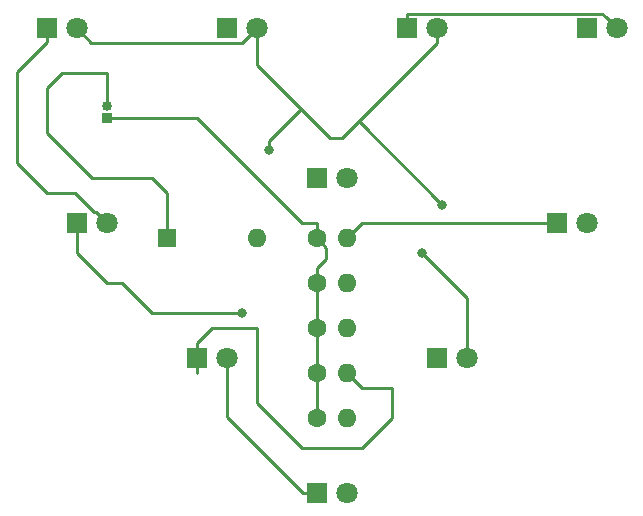
<source format=gbr>
G04 #@! TF.GenerationSoftware,KiCad,Pcbnew,(5.0.2)-1*
G04 #@! TF.CreationDate,2019-06-05T09:41:08+02:00*
G04 #@! TF.ProjectId,circuit,63697263-7569-4742-9e6b-696361645f70,rev?*
G04 #@! TF.SameCoordinates,Original*
G04 #@! TF.FileFunction,Copper,L1,Top*
G04 #@! TF.FilePolarity,Positive*
%FSLAX46Y46*%
G04 Gerber Fmt 4.6, Leading zero omitted, Abs format (unit mm)*
G04 Created by KiCad (PCBNEW (5.0.2)-1) date 05/06/2019 09:41:08*
%MOMM*%
%LPD*%
G01*
G04 APERTURE LIST*
G04 #@! TA.AperFunction,ComponentPad*
%ADD10R,1.800000X1.800000*%
G04 #@! TD*
G04 #@! TA.AperFunction,ComponentPad*
%ADD11C,1.800000*%
G04 #@! TD*
G04 #@! TA.AperFunction,ComponentPad*
%ADD12C,1.600000*%
G04 #@! TD*
G04 #@! TA.AperFunction,ComponentPad*
%ADD13O,1.600000X1.600000*%
G04 #@! TD*
G04 #@! TA.AperFunction,ComponentPad*
%ADD14R,0.850000X0.850000*%
G04 #@! TD*
G04 #@! TA.AperFunction,ComponentPad*
%ADD15O,0.850000X0.850000*%
G04 #@! TD*
G04 #@! TA.AperFunction,ComponentPad*
%ADD16R,1.600000X1.600000*%
G04 #@! TD*
G04 #@! TA.AperFunction,ViaPad*
%ADD17C,0.800000*%
G04 #@! TD*
G04 #@! TA.AperFunction,Conductor*
%ADD18C,0.250000*%
G04 #@! TD*
G04 APERTURE END LIST*
D10*
G04 #@! TO.P,Dred1,1*
G04 #@! TO.N,Net-(Dred1-Pad1)*
X166370000Y-62230000D03*
D11*
G04 #@! TO.P,Dred1,2*
G04 #@! TO.N,Net-(Dred1-Pad2)*
X168910000Y-62230000D03*
G04 #@! TD*
D10*
G04 #@! TO.P,Dred2,1*
G04 #@! TO.N,Net-(Dred2-Pad1)*
X181610000Y-62230000D03*
D11*
G04 #@! TO.P,Dred2,2*
G04 #@! TO.N,Net-(Dred1-Pad1)*
X184150000Y-62230000D03*
G04 #@! TD*
G04 #@! TO.P,Dred3,2*
G04 #@! TO.N,Net-(Dred1-Pad2)*
X171450000Y-90170000D03*
D10*
G04 #@! TO.P,Dred3,1*
G04 #@! TO.N,Net-(Dred3-Pad1)*
X168910000Y-90170000D03*
G04 #@! TD*
D11*
G04 #@! TO.P,Dred4,2*
G04 #@! TO.N,Net-(Dred3-Pad1)*
X181610000Y-78740000D03*
D10*
G04 #@! TO.P,Dred4,1*
G04 #@! TO.N,Net-(Dred4-Pad1)*
X179070000Y-78740000D03*
G04 #@! TD*
D11*
G04 #@! TO.P,Dred5,2*
G04 #@! TO.N,Net-(Dred1-Pad2)*
X153670000Y-62230000D03*
D10*
G04 #@! TO.P,Dred5,1*
G04 #@! TO.N,Net-(Dred5-Pad1)*
X151130000Y-62230000D03*
G04 #@! TD*
G04 #@! TO.P,Dred6,1*
G04 #@! TO.N,Net-(Dred6-Pad1)*
X158750000Y-74930000D03*
D11*
G04 #@! TO.P,Dred6,2*
G04 #@! TO.N,Net-(Dred5-Pad1)*
X161290000Y-74930000D03*
G04 #@! TD*
D10*
G04 #@! TO.P,Dred7,1*
G04 #@! TO.N,Net-(Dred7-Pad1)*
X135890000Y-62230000D03*
D11*
G04 #@! TO.P,Dred7,2*
G04 #@! TO.N,Net-(Dred1-Pad2)*
X138430000Y-62230000D03*
G04 #@! TD*
G04 #@! TO.P,Dred8,2*
G04 #@! TO.N,Net-(Dred7-Pad1)*
X140970000Y-78740000D03*
D10*
G04 #@! TO.P,Dred8,1*
G04 #@! TO.N,Net-(Dred8-Pad1)*
X138430000Y-78740000D03*
G04 #@! TD*
G04 #@! TO.P,Dred9,1*
G04 #@! TO.N,Net-(Dred10-Pad2)*
X158750000Y-101600000D03*
D11*
G04 #@! TO.P,Dred9,2*
G04 #@! TO.N,Net-(Dred1-Pad2)*
X161290000Y-101600000D03*
G04 #@! TD*
G04 #@! TO.P,Dred10,2*
G04 #@! TO.N,Net-(Dred10-Pad2)*
X151130000Y-90170000D03*
D10*
G04 #@! TO.P,Dred10,1*
G04 #@! TO.N,Net-(Dred10-Pad1)*
X148590000Y-90170000D03*
G04 #@! TD*
D12*
G04 #@! TO.P,R1,1*
G04 #@! TO.N,GND*
X158750000Y-95250000D03*
D13*
G04 #@! TO.P,R1,2*
G04 #@! TO.N,Net-(Dred2-Pad1)*
X161290000Y-95250000D03*
G04 #@! TD*
D12*
G04 #@! TO.P,R2,1*
G04 #@! TO.N,GND*
X158750000Y-80010000D03*
D13*
G04 #@! TO.P,R2,2*
G04 #@! TO.N,Net-(Dred4-Pad1)*
X161290000Y-80010000D03*
G04 #@! TD*
G04 #@! TO.P,R3,2*
G04 #@! TO.N,Net-(Dred6-Pad1)*
X161290000Y-87630000D03*
D12*
G04 #@! TO.P,R3,1*
G04 #@! TO.N,GND*
X158750000Y-87630000D03*
G04 #@! TD*
D13*
G04 #@! TO.P,R4,2*
G04 #@! TO.N,Net-(Dred8-Pad1)*
X161290000Y-83820000D03*
D12*
G04 #@! TO.P,R4,1*
G04 #@! TO.N,GND*
X158750000Y-83820000D03*
G04 #@! TD*
G04 #@! TO.P,R5,1*
G04 #@! TO.N,GND*
X158750000Y-91440000D03*
D13*
G04 #@! TO.P,R5,2*
G04 #@! TO.N,Net-(Dred10-Pad1)*
X161290000Y-91440000D03*
G04 #@! TD*
D14*
G04 #@! TO.P,J1,1*
G04 #@! TO.N,GND*
X140970000Y-69850000D03*
D15*
G04 #@! TO.P,J1,2*
G04 #@! TO.N,+9V*
X140970000Y-68850000D03*
G04 #@! TD*
D16*
G04 #@! TO.P,SW1,1*
G04 #@! TO.N,+9V*
X146050000Y-80010000D03*
D13*
G04 #@! TO.P,SW1,2*
G04 #@! TO.N,Net-(Dred1-Pad2)*
X153670000Y-80010000D03*
G04 #@! TD*
D17*
G04 #@! TO.N,Net-(Dred1-Pad2)*
X169341800Y-77190600D03*
X154736800Y-72580500D03*
X167640000Y-81280000D03*
G04 #@! TO.N,Net-(Dred8-Pad1)*
X152400000Y-86360000D03*
G04 #@! TD*
D18*
G04 #@! TO.N,Net-(Dred1-Pad1)*
X183250001Y-61330001D02*
X184150000Y-62230000D01*
X182924999Y-61004999D02*
X183250001Y-61330001D01*
X166445001Y-61004999D02*
X182924999Y-61004999D01*
X166370000Y-61080000D02*
X166445001Y-61004999D01*
X166370000Y-62230000D02*
X166370000Y-61080000D01*
G04 #@! TO.N,Net-(Dred1-Pad2)*
X152770001Y-63129999D02*
X153670000Y-62230000D01*
X152444999Y-63455001D02*
X152770001Y-63129999D01*
X139655001Y-63455001D02*
X152444999Y-63455001D01*
X138430000Y-62230000D02*
X139655001Y-63455001D01*
X168910000Y-63502792D02*
X168910000Y-62230000D01*
X159851047Y-71527888D02*
X160884904Y-71527888D01*
X153670000Y-62230000D02*
X153670000Y-65346841D01*
X171450000Y-85090000D02*
X167640000Y-81280000D01*
X171450000Y-85090000D02*
X171450000Y-90170000D01*
X162562792Y-69850000D02*
X168910000Y-63502792D01*
X154736800Y-71787759D02*
X157423859Y-69100700D01*
X154736800Y-72580500D02*
X154736800Y-71787759D01*
X153670000Y-65346841D02*
X157423859Y-69100700D01*
X157423859Y-69100700D02*
X159851047Y-71527888D01*
X167640000Y-81280000D02*
X167640000Y-81280000D01*
X162283392Y-70132192D02*
X162283392Y-70129400D01*
X169341800Y-77190600D02*
X162283392Y-70132192D01*
X160884904Y-71527888D02*
X162283392Y-70129400D01*
X162283392Y-70129400D02*
X162562792Y-69850000D01*
G04 #@! TO.N,Net-(Dred4-Pad1)*
X162560000Y-78740000D02*
X161290000Y-80010000D01*
X179070000Y-78740000D02*
X162560000Y-78740000D01*
G04 #@! TO.N,Net-(Dred7-Pad1)*
X140070001Y-77840001D02*
X140970000Y-78740000D01*
X139915003Y-77840001D02*
X140070001Y-77840001D01*
X135890000Y-62230000D02*
X135890000Y-63380000D01*
X133350000Y-65920000D02*
X133350000Y-73660000D01*
X135890000Y-63380000D02*
X133350000Y-65920000D01*
X133350000Y-73660000D02*
X135890000Y-76200000D01*
X135890000Y-76200000D02*
X138275002Y-76200000D01*
X138275002Y-76200000D02*
X139915003Y-77840001D01*
G04 #@! TO.N,Net-(Dred8-Pad1)*
X138430000Y-81280000D02*
X138430000Y-78740000D01*
X140970000Y-83820000D02*
X138430000Y-81280000D01*
X152400000Y-86360000D02*
X152400000Y-86360000D01*
X142240000Y-83820000D02*
X140970000Y-83820000D01*
X144780000Y-86360000D02*
X142240000Y-83820000D01*
X152400000Y-86360000D02*
X144780000Y-86360000D01*
G04 #@! TO.N,Net-(Dred10-Pad2)*
X157600000Y-101600000D02*
X158750000Y-101600000D01*
X151130000Y-95130000D02*
X157600000Y-101600000D01*
X151130000Y-91440000D02*
X151130000Y-95130000D01*
X151130000Y-90170000D02*
X151130000Y-92710000D01*
G04 #@! TO.N,Net-(Dred10-Pad1)*
X162560000Y-92710000D02*
X161290000Y-91440000D01*
X165100000Y-92710000D02*
X162560000Y-92710000D01*
X165100000Y-95250000D02*
X165100000Y-92710000D01*
X162560000Y-97790000D02*
X165100000Y-95250000D01*
X148590000Y-88900000D02*
X149860000Y-87630000D01*
X148590000Y-91440000D02*
X148590000Y-88900000D01*
X149860000Y-87630000D02*
X153670000Y-87630000D01*
X153670000Y-93980000D02*
X157480000Y-97790000D01*
X153670000Y-87630000D02*
X153670000Y-93980000D01*
X157480000Y-97790000D02*
X162560000Y-97790000D01*
G04 #@! TO.N,+9V*
X140970000Y-68850000D02*
X140970000Y-66040000D01*
X140970000Y-66040000D02*
X137160000Y-66040000D01*
X137160000Y-66040000D02*
X135890000Y-67310000D01*
X135890000Y-67310000D02*
X135890000Y-71120000D01*
X135890000Y-71120000D02*
X139700000Y-74930000D01*
X139700000Y-74930000D02*
X144780000Y-74930000D01*
X146050000Y-76200000D02*
X146050000Y-80010000D01*
X144780000Y-74930000D02*
X146050000Y-76200000D01*
G04 #@! TO.N,GND*
X158750000Y-95250000D02*
X158750000Y-91440000D01*
X158750000Y-91440000D02*
X158750000Y-87630000D01*
X158750000Y-87630000D02*
X158750000Y-83820000D01*
X159549999Y-80809999D02*
X158750000Y-80010000D01*
X148590000Y-69850000D02*
X140970000Y-69850000D01*
X157480000Y-78740000D02*
X148590000Y-69850000D01*
X158750000Y-80010000D02*
X158750000Y-78740000D01*
X158750000Y-78740000D02*
X157480000Y-78740000D01*
X158750000Y-83820000D02*
X158750000Y-82550000D01*
X159549999Y-81750001D02*
X159549999Y-80809999D01*
X158750000Y-82550000D02*
X159549999Y-81750001D01*
G04 #@! TD*
M02*

</source>
